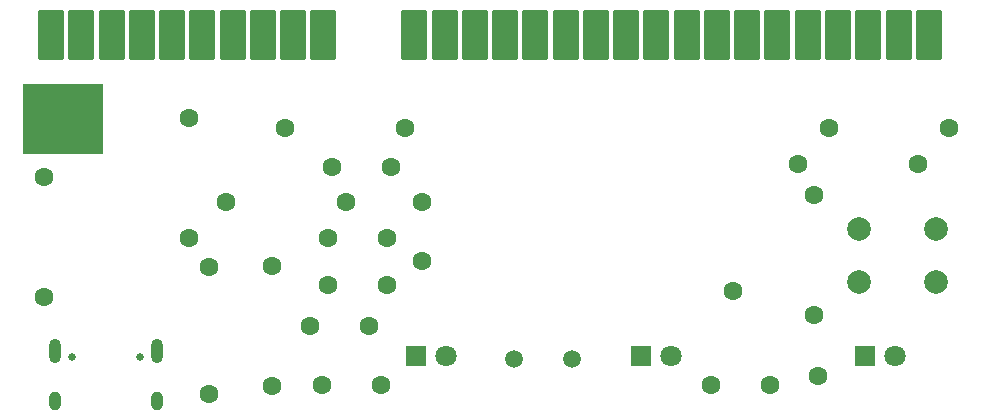
<source format=gbr>
%TF.GenerationSoftware,KiCad,Pcbnew,9.0.2*%
%TF.CreationDate,2025-06-17T12:36:07-07:00*%
%TF.ProjectId,controller,636f6e74-726f-46c6-9c65-722e6b696361,rev?*%
%TF.SameCoordinates,Original*%
%TF.FileFunction,Soldermask,Bot*%
%TF.FilePolarity,Negative*%
%FSLAX46Y46*%
G04 Gerber Fmt 4.6, Leading zero omitted, Abs format (unit mm)*
G04 Created by KiCad (PCBNEW 9.0.2) date 2025-06-17 12:36:07*
%MOMM*%
%LPD*%
G01*
G04 APERTURE LIST*
G04 Aperture macros list*
%AMRoundRect*
0 Rectangle with rounded corners*
0 $1 Rounding radius*
0 $2 $3 $4 $5 $6 $7 $8 $9 X,Y pos of 4 corners*
0 Add a 4 corners polygon primitive as box body*
4,1,4,$2,$3,$4,$5,$6,$7,$8,$9,$2,$3,0*
0 Add four circle primitives for the rounded corners*
1,1,$1+$1,$2,$3*
1,1,$1+$1,$4,$5*
1,1,$1+$1,$6,$7*
1,1,$1+$1,$8,$9*
0 Add four rect primitives between the rounded corners*
20,1,$1+$1,$2,$3,$4,$5,0*
20,1,$1+$1,$4,$5,$6,$7,0*
20,1,$1+$1,$6,$7,$8,$9,0*
20,1,$1+$1,$8,$9,$2,$3,0*%
G04 Aperture macros list end*
%ADD10C,1.600000*%
%ADD11R,6.750000X6.000000*%
%ADD12C,2.000000*%
%ADD13RoundRect,0.109375X-0.984375X-1.990625X0.984375X-1.990625X0.984375X1.990625X-0.984375X1.990625X0*%
%ADD14R,1.800000X1.800000*%
%ADD15C,1.800000*%
%ADD16C,1.500000*%
%ADD17C,0.650000*%
%ADD18O,1.000000X2.100000*%
%ADD19O,1.000000X1.600000*%
G04 APERTURE END LIST*
D10*
X126000000Y-97500000D03*
X131000000Y-97500000D03*
X169000000Y-101750000D03*
X161815795Y-94565795D03*
X127000000Y-102500000D03*
X132000000Y-102500000D03*
D11*
X105125000Y-80000000D03*
D10*
X118920000Y-87000000D03*
X129080000Y-87000000D03*
D12*
X172500000Y-89250000D03*
X179000000Y-89250000D03*
X172500000Y-93750000D03*
X179000000Y-93750000D03*
D13*
X134843750Y-72850000D03*
X137406250Y-72850000D03*
X139968750Y-72850000D03*
X142531250Y-72850000D03*
X145093750Y-72850000D03*
X147656250Y-72850000D03*
X150218750Y-72850000D03*
X152781250Y-72850000D03*
X155343750Y-72850000D03*
X157906250Y-72850000D03*
X160468750Y-72850000D03*
X163031250Y-72850000D03*
X165593750Y-72850000D03*
X168156250Y-72850000D03*
X170718750Y-72850000D03*
X173281250Y-72850000D03*
X175843750Y-72850000D03*
X178406250Y-72850000D03*
D10*
X134065000Y-80730000D03*
X123905000Y-80730000D03*
X127900000Y-84000000D03*
X132900000Y-84000000D03*
D14*
X173000000Y-100000000D03*
D15*
X175540000Y-100000000D03*
D10*
X127500000Y-90000000D03*
X132500000Y-90000000D03*
D16*
X148190000Y-100250000D03*
X143310000Y-100250000D03*
D10*
X168700000Y-86420000D03*
X168700000Y-96580000D03*
D14*
X154000000Y-100000000D03*
D15*
X156540000Y-100000000D03*
D10*
X122800000Y-92430000D03*
X122800000Y-102590000D03*
X127500000Y-94050000D03*
X132500000Y-94050000D03*
X177500000Y-83800000D03*
X167340000Y-83800000D03*
D13*
X104093750Y-72850000D03*
X106656250Y-72850000D03*
X109218750Y-72850000D03*
X111781250Y-72850000D03*
X114343750Y-72850000D03*
X116906250Y-72850000D03*
X119468750Y-72850000D03*
X122031250Y-72850000D03*
X124593750Y-72850000D03*
X127156250Y-72850000D03*
D17*
X105860000Y-100150000D03*
X111640000Y-100150000D03*
D18*
X104430000Y-99620000D03*
D19*
X104430000Y-103800000D03*
D18*
X113070000Y-99620000D03*
D19*
X113070000Y-103800000D03*
D10*
X103500000Y-95000000D03*
X103500000Y-84840000D03*
X115750000Y-90000000D03*
X115750000Y-79840000D03*
D14*
X135000000Y-100000000D03*
D15*
X137540000Y-100000000D03*
D10*
X117500000Y-92500000D03*
X117500000Y-103230000D03*
X170000000Y-80750000D03*
X180160000Y-80750000D03*
X160000000Y-102500000D03*
X165000000Y-102500000D03*
X135500000Y-87000000D03*
X135500000Y-92000000D03*
M02*

</source>
